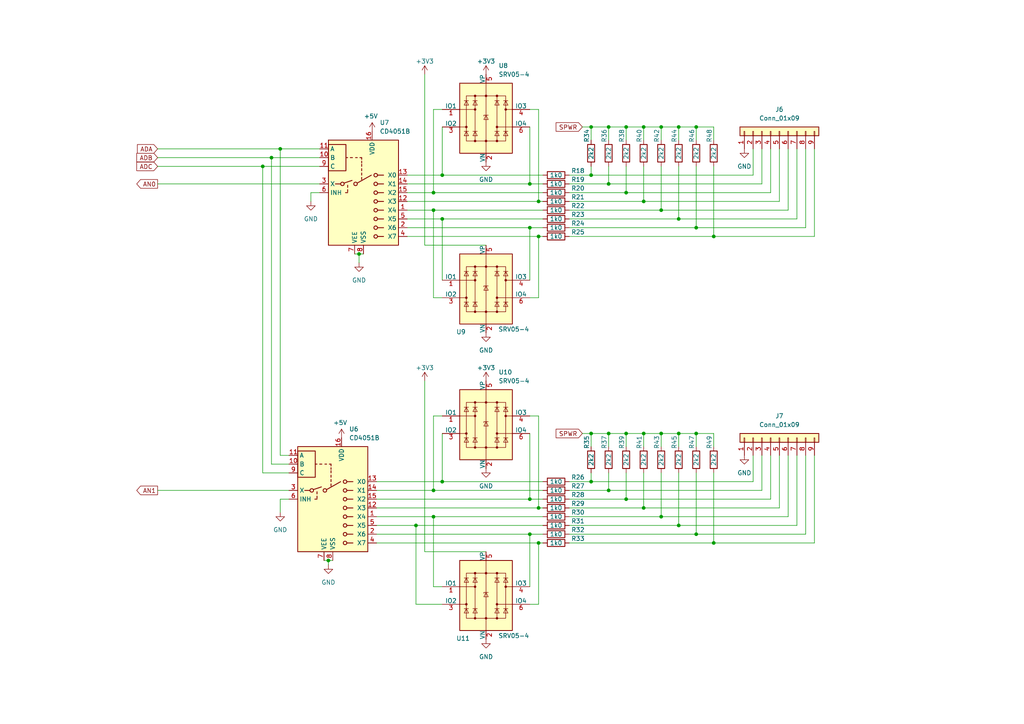
<source format=kicad_sch>
(kicad_sch (version 20231120) (generator "eeschema") (generator_version "8.0")
  (paper "A4")
  (lib_symbols
    (symbol "Analog_Switch:CD4051B"
      (property "Reference" "U" (at -10.16 16.51 0))
      (property "Value" "CD4051B" (at 3.81 16.51 0))
      (symbol "CD4051B_0_1"
        (rectangle (start -10.16 6.35) (end -5.08 13.97) (stroke (width 0.254)))
        (rectangle (start -10.16 15.24) (end 10.16 -15.24) (stroke (width 0.254)) (fill (type background)))
        (circle (center -6.096 2.54) (radius 0.508) (stroke (width 0.254)))
        (circle (center -2.286 2.54) (radius 0.508) (stroke (width 0.254)))
        (polyline (pts (xy -8.128 2.54) (xy -6.604 2.54)) (stroke (width 0.254)))
        (polyline (pts (xy -5.588 2.794) (xy -3.302 3.556)) (stroke (width 0.254)))
        (polyline (pts (xy -4.572 0) (xy -5.207 0)) (stroke (width 0.254)))
        (polyline (pts (xy -4.572 0.254) (xy -4.572 0.889)) (stroke (width 0.254)))
        (polyline (pts (xy -4.572 1.524) (xy -4.572 2.159)) (stroke (width 0.254)))
        (polyline (pts (xy -4.572 10.16) (xy -5.08 10.16)) (stroke (width 0.254)))
        (polyline (pts (xy -3.81 10.16) (xy -3.175 10.16)) (stroke (width 0.254)))
        (polyline (pts (xy -1.778 2.794) (xy 2.286 5.08)) (stroke (width 0.254)))
        (polyline (pts (xy -1.778 10.16) (xy -2.286 10.16)) (stroke (width 0.254)))
        (polyline (pts (xy -0.508 3.81) (xy -0.508 4.445)) (stroke (width 0.254)))
        (polyline (pts (xy -0.508 5.08) (xy -0.508 5.715)) (stroke (width 0.254)))
        (polyline (pts (xy -0.508 6.35) (xy -0.508 6.985)) (stroke (width 0.254)))
        (polyline (pts (xy -0.508 7.62) (xy -0.508 8.255)) (stroke (width 0.254)))
        (polyline (pts (xy -0.508 8.636) (xy -0.508 9.144)) (stroke (width 0.254)))
        (polyline (pts (xy -0.508 9.652) (xy -0.508 10.16)) (stroke (width 0.254)))
        (polyline (pts (xy -0.508 10.16) (xy -1.016 10.16)) (stroke (width 0.254)))
        (polyline (pts (xy 4.064 -12.7) (xy 5.842 -12.7)) (stroke (width 0.254)))
        (polyline (pts (xy 4.064 -10.16) (xy 5.842 -10.16)) (stroke (width 0.254)))
        (polyline (pts (xy 4.064 -7.62) (xy 5.842 -7.62)) (stroke (width 0.254)))
        (polyline (pts (xy 4.064 -5.08) (xy 5.842 -5.08)) (stroke (width 0.254)))
        (polyline (pts (xy 4.064 -2.54) (xy 5.842 -2.54)) (stroke (width 0.254)))
        (polyline (pts (xy 4.064 0) (xy 5.842 0)) (stroke (width 0.254)))
        (polyline (pts (xy 4.064 2.54) (xy 5.842 2.54)) (stroke (width 0.254)))
        (polyline (pts (xy 4.064 5.08) (xy 5.842 5.08)) (stroke (width 0.254)))
        (circle (center 3.556 -12.7) (radius 0.508) (stroke (width 0.254)))
        (circle (center 3.556 -10.16) (radius 0.508) (stroke (width 0.254)))
        (circle (center 3.556 -7.62) (radius 0.508) (stroke (width 0.254)))
        (circle (center 3.556 -5.08) (radius 0.508) (stroke (width 0.254)))
        (circle (center 3.556 -2.54) (radius 0.508) (stroke (width 0.254)))
        (circle (center 3.556 0) (radius 0.508) (stroke (width 0.254)))
        (circle (center 3.556 2.54) (radius 0.508) (stroke (width 0.254)))
        (circle (center 3.556 5.08) (radius 0.508) (stroke (width 0.254)))
      )
      (symbol "CD4051B_1_1"
        (pin bidirectional line (at 12.7 -5.08 180) (length 2.54) (name "X4") (number "1"))
        (pin input line (at -12.7 10.16 0) (length 2.54) (name "B") (number "10"))
        (pin input line (at -12.7 12.7 0) (length 2.54) (name "A") (number "11"))
        (pin bidirectional line (at 12.7 -2.54 180) (length 2.54) (name "X3") (number "12"))
        (pin bidirectional line (at 12.7 5.08 180) (length 2.54) (name "X0") (number "13"))
        (pin bidirectional line (at 12.7 2.54 180) (length 2.54) (name "X1") (number "14"))
        (pin bidirectional line (at 12.7 0 180) (length 2.54) (name "X2") (number "15"))
        (pin power_in line (at 2.54 17.78 270) (length 2.54) (name "VDD") (number "16"))
        (pin bidirectional line (at 12.7 -10.16 180) (length 2.54) (name "X6") (number "2"))
        (pin bidirectional line (at -12.7 2.54 0) (length 2.54) (name "X") (number "3"))
        (pin bidirectional line (at 12.7 -12.7 180) (length 2.54) (name "X7") (number "4"))
        (pin bidirectional line (at 12.7 -7.62 180) (length 2.54) (name "X5") (number "5"))
        (pin input line (at -12.7 0 0) (length 2.54) (name "INH") (number "6"))
        (pin power_in line (at -2.54 -17.78 90) (length 2.54) (name "VEE") (number "7"))
        (pin power_in line (at 0 -17.78 90) (length 2.54) (name "VSS") (number "8"))
        (pin input line (at -12.7 7.62 0) (length 2.54) (name "C") (number "9"))
      )
    )
    (symbol "Connector_Generic:Conn_01x09" (pin_names (offset 1.016) hide)
      (property "Reference" "J" (at 0 12.7 0))
      (property "Value" "Conn_01x09" (at 0 -12.7 0))
      (symbol "Conn_01x09_1_1"
        (rectangle (start -1.27 -10.033) (end 0 -10.287) (stroke (width 0.1524)))
        (rectangle (start -1.27 -7.493) (end 0 -7.747) (stroke (width 0.1524)))
        (rectangle (start -1.27 -4.953) (end 0 -5.207) (stroke (width 0.1524)))
        (rectangle (start -1.27 -2.413) (end 0 -2.667) (stroke (width 0.1524)))
        (rectangle (start -1.27 0.127) (end 0 -0.127) (stroke (width 0.1524)))
        (rectangle (start -1.27 2.667) (end 0 2.413) (stroke (width 0.1524)))
        (rectangle (start -1.27 5.207) (end 0 4.953) (stroke (width 0.1524)))
        (rectangle (start -1.27 7.747) (end 0 7.493) (stroke (width 0.1524)))
        (rectangle (start -1.27 10.287) (end 0 10.033) (stroke (width 0.1524)))
        (rectangle (start -1.27 11.43) (end 1.27 -11.43) (stroke (width 0.254)) (fill (type background)))
        (pin passive line (at -5.08 10.16 0) (length 3.81) (name "Pin_1") (number "1"))
        (pin passive line (at -5.08 7.62 0) (length 3.81) (name "Pin_2") (number "2"))
        (pin passive line (at -5.08 5.08 0) (length 3.81) (name "Pin_3") (number "3"))
        (pin passive line (at -5.08 2.54 0) (length 3.81) (name "Pin_4") (number "4"))
        (pin passive line (at -5.08 0 0) (length 3.81) (name "Pin_5") (number "5"))
        (pin passive line (at -5.08 -2.54 0) (length 3.81) (name "Pin_6") (number "6"))
        (pin passive line (at -5.08 -5.08 0) (length 3.81) (name "Pin_7") (number "7"))
        (pin passive line (at -5.08 -7.62 0) (length 3.81) (name "Pin_8") (number "8"))
        (pin passive line (at -5.08 -10.16 0) (length 3.81) (name "Pin_9") (number "9"))
      )
    )
    (symbol "Device:R" (pin_numbers hide) (pin_names (offset 0))
      (property "Reference" "R" (at 2.032 0 90))
      (property "Value" "R" (at 0 0 90))
      (symbol "R_0_1"
        (rectangle (start -1.016 -2.54) (end 1.016 2.54) (stroke (width 0.254)))
      )
      (symbol "R_1_1"
        (pin passive line (at 0 3.81 270) (length 1.27) (name "~") (number "1"))
        (pin passive line (at 0 -3.81 90) (length 1.27) (name "~") (number "2"))
      )
    )
    (symbol "Power_Protection:SRV05-4" (pin_names (offset 0))
      (property "Reference" "U" (at -5.08 11.43 0))
      (property "Value" "SRV05-4" (at 2.54 11.43 0))
      (symbol "SRV05-4_0_0"
        (rectangle (start -5.715 6.477) (end 5.715 -6.604))
        (polyline (pts (xy -3.175 -6.604) (xy -3.175 6.477)))
        (polyline (pts (xy 3.175 6.477) (xy 3.175 -6.604)))
      )
      (symbol "SRV05-4_0_1"
        (rectangle (start -7.62 10.16) (end 7.62 -10.16) (stroke (width 0.254)) (fill (type background)))
        (circle (center -5.715 -2.54) (radius 0.2794) (fill (type outline)))
        (circle (center -3.175 -6.604) (radius 0.2794) (fill (type outline)))
        (circle (center -3.175 2.54) (radius 0.2794) (fill (type outline)))
        (circle (center -3.175 6.477) (radius 0.2794) (fill (type outline)))
        (circle (center 0 -6.604) (radius 0.2794) (fill (type outline)))
        (polyline (pts (xy -7.747 2.54) (xy -3.175 2.54)))
        (polyline (pts (xy -7.62 -2.54) (xy -5.715 -2.54)))
        (polyline (pts (xy -5.08 -3.81) (xy -6.35 -3.81)))
        (polyline (pts (xy -5.08 5.08) (xy -6.35 5.08)))
        (polyline (pts (xy -2.54 -3.81) (xy -3.81 -3.81)))
        (polyline (pts (xy -2.54 5.08) (xy -3.81 5.08)))
        (polyline (pts (xy 0 10.16) (xy 0 -10.16)))
        (polyline (pts (xy 3.81 -3.81) (xy 2.54 -3.81)))
        (polyline (pts (xy 3.81 5.08) (xy 2.54 5.08)))
        (polyline (pts (xy 6.35 -3.81) (xy 5.08 -3.81)))
        (polyline (pts (xy 6.35 5.08) (xy 5.08 5.08)))
        (polyline (pts (xy 7.62 -2.54) (xy 3.175 -2.54)))
        (polyline (pts (xy 7.62 2.54) (xy 5.715 2.54)))
        (polyline (pts (xy 0.635 0.889) (xy -0.635 0.889) (xy -0.635 0.635)))
        (polyline (pts (xy -5.08 -5.08) (xy -6.35 -5.08) (xy -5.715 -3.81) (xy -5.08 -5.08)))
        (polyline (pts (xy -5.08 3.81) (xy -6.35 3.81) (xy -5.715 5.08) (xy -5.08 3.81)))
        (polyline (pts (xy -2.54 -5.08) (xy -3.81 -5.08) (xy -3.175 -3.81) (xy -2.54 -5.08)))
        (polyline (pts (xy -2.54 3.81) (xy -3.81 3.81) (xy -3.175 5.08) (xy -2.54 3.81)))
        (polyline (pts (xy 0.635 -0.381) (xy -0.635 -0.381) (xy 0 0.889) (xy 0.635 -0.381)))
        (polyline (pts (xy 3.81 -5.08) (xy 2.54 -5.08) (xy 3.175 -3.81) (xy 3.81 -5.08)))
        (polyline (pts (xy 3.81 3.81) (xy 2.54 3.81) (xy 3.175 5.08) (xy 3.81 3.81)))
        (polyline (pts (xy 6.35 -5.08) (xy 5.08 -5.08) (xy 5.715 -3.81) (xy 6.35 -5.08)))
        (polyline (pts (xy 6.35 3.81) (xy 5.08 3.81) (xy 5.715 5.08) (xy 6.35 3.81)))
        (circle (center 0 6.477) (radius 0.2794) (fill (type outline)))
        (circle (center 3.175 -6.604) (radius 0.2794) (fill (type outline)))
        (circle (center 3.175 -2.54) (radius 0.2794) (fill (type outline)))
        (circle (center 3.175 6.477) (radius 0.2794) (fill (type outline)))
        (circle (center 5.715 2.54) (radius 0.2794) (fill (type outline)))
      )
      (symbol "SRV05-4_1_1"
        (pin passive line (at -12.7 2.54 0) (length 5.08) (name "IO1") (number "1"))
        (pin passive line (at 0 -12.7 90) (length 2.54) (name "VN") (number "2"))
        (pin passive line (at -12.7 -2.54 0) (length 5.08) (name "IO2") (number "3"))
        (pin passive line (at 12.7 2.54 180) (length 5.08) (name "IO3") (number "4"))
        (pin passive line (at 0 12.7 270) (length 2.54) (name "VP") (number "5"))
        (pin passive line (at 12.7 -2.54 180) (length 5.08) (name "IO4") (number "6"))
      )
    )
    (symbol "power:+3V3" (power) (pin_names (offset 0))
      (property "Value" "+3V3" (at 0 3.556 0))
      (symbol "+3V3_0_1"
        (polyline (pts (xy -0.762 1.27) (xy 0 2.54)))
        (polyline (pts (xy 0 0) (xy 0 2.54)))
        (polyline (pts (xy 0 2.54) (xy 0.762 1.27)))
      )
      (symbol "+3V3_1_1"
        (pin power_in line (at 0 0 90) (length 0) hide (name "+3V3") (number "1"))
      )
    )
    (symbol "power:+5V" (power) (pin_names (offset 0))
      (property "Value" "+5V" (at 0 3.556 0))
      (symbol "+5V_0_1"
        (polyline (pts (xy -0.762 1.27) (xy 0 2.54)))
        (polyline (pts (xy 0 0) (xy 0 2.54)))
        (polyline (pts (xy 0 2.54) (xy 0.762 1.27)))
      )
      (symbol "+5V_1_1"
        (pin power_in line (at 0 0 90) (length 0) hide (name "+5V") (number "1"))
      )
    )
    (symbol "power:GND" (power) (pin_names (offset 0))
      (property "Value" "GND" (at 0 -3.81 0))
      (symbol "GND_0_1"
        (polyline (pts (xy 0 0) (xy 0 -1.27) (xy 1.27 -1.27) (xy 0 -2.54) (xy -1.27 -1.27) (xy 0 -1.27)))
      )
      (symbol "GND_1_1"
        (pin power_in line (at 0 0 270) (length 0) hide (name "GND") (number "1"))
      )
    )
  )
  (junction (at 125.73 55.88))
  (junction (at 191.77 125.73))
  (junction (at 125.73 142.24))
  (junction (at 181.61 125.73))
  (junction (at 207.01 68.58))
  (junction (at 128.27 50.8))
  (junction (at 186.69 125.73))
  (junction (at 201.93 66.04))
  (junction (at 196.85 36.83))
  (junction (at 196.85 125.73))
  (junction (at 125.73 149.86))
  (junction (at 95.25 162.56))
  (junction (at 196.85 63.5))
  (junction (at 181.61 36.83))
  (junction (at 186.69 36.83))
  (junction (at 171.45 36.83))
  (junction (at 181.61 55.88))
  (junction (at 153.67 154.94))
  (junction (at 207.01 157.48))
  (junction (at 186.69 58.42))
  (junction (at 191.77 60.96))
  (junction (at 196.85 152.4))
  (junction (at 201.93 36.83))
  (junction (at 153.67 66.04))
  (junction (at 201.93 154.94))
  (junction (at 171.45 125.73))
  (junction (at 176.53 36.83))
  (junction (at 128.27 139.7))
  (junction (at 171.45 139.7))
  (junction (at 176.53 142.24))
  (junction (at 125.73 60.96))
  (junction (at 156.21 68.58))
  (junction (at 156.21 157.48))
  (junction (at 76.2 48.26))
  (junction (at 128.27 63.5))
  (junction (at 156.21 58.42))
  (junction (at 191.77 36.83))
  (junction (at 201.93 125.73))
  (junction (at 186.69 147.32))
  (junction (at 153.67 53.34))
  (junction (at 191.77 149.86))
  (junction (at 156.21 147.32))
  (junction (at 153.67 144.78))
  (junction (at 176.53 53.34))
  (junction (at 176.53 125.73))
  (junction (at 181.61 144.78))
  (junction (at 120.65 152.4))
  (junction (at 171.45 50.8))
  (junction (at 81.28 43.18))
  (junction (at 78.74 45.72))
  (junction (at 104.14 73.66))
  (wire (pts (xy 165.1 142.24) (xy 176.53 142.24)))
  (wire (pts (xy 156.21 58.42) (xy 157.48 58.42)))
  (wire (pts (xy 153.67 36.83) (xy 153.67 53.34)))
  (wire (pts (xy 220.98 43.18) (xy 220.98 53.34)))
  (wire (pts (xy 118.11 55.88) (xy 125.73 55.88)))
  (wire (pts (xy 128.27 139.7) (xy 157.48 139.7)))
  (wire (pts (xy 95.25 162.56) (xy 96.52 162.56)))
  (wire (pts (xy 102.87 73.66) (xy 104.14 73.66)))
  (wire (pts (xy 45.72 48.26) (xy 76.2 48.26)))
  (wire (pts (xy 118.11 58.42) (xy 156.21 58.42)))
  (wire (pts (xy 171.45 36.83) (xy 176.53 36.83)))
  (wire (pts (xy 233.68 132.08) (xy 233.68 154.94)))
  (wire (pts (xy 125.73 60.96) (xy 157.48 60.96)))
  (wire (pts (xy 153.67 125.73) (xy 153.67 144.78)))
  (wire (pts (xy 201.93 66.04) (xy 233.68 66.04)))
  (wire (pts (xy 104.14 73.66) (xy 105.41 73.66)))
  (wire (pts (xy 191.77 137.16) (xy 191.77 149.86)))
  (wire (pts (xy 191.77 125.73) (xy 196.85 125.73)))
  (wire (pts (xy 156.21 157.48) (xy 157.48 157.48)))
  (wire (pts (xy 168.91 125.73) (xy 171.45 125.73)))
  (wire (pts (xy 231.14 132.08) (xy 231.14 152.4)))
  (wire (pts (xy 45.72 53.34) (xy 92.71 53.34)))
  (wire (pts (xy 186.69 137.16) (xy 186.69 147.32)))
  (wire (pts (xy 201.93 36.83) (xy 201.93 40.64)))
  (wire (pts (xy 186.69 48.26) (xy 186.69 58.42)))
  (wire (pts (xy 191.77 48.26) (xy 191.77 60.96)))
  (wire (pts (xy 196.85 125.73) (xy 201.93 125.73)))
  (wire (pts (xy 165.1 149.86) (xy 191.77 149.86)))
  (wire (pts (xy 196.85 152.4) (xy 231.14 152.4)))
  (wire (pts (xy 236.22 132.08) (xy 236.22 157.48)))
  (wire (pts (xy 165.1 154.94) (xy 201.93 154.94)))
  (wire (pts (xy 76.2 137.16) (xy 76.2 48.26)))
  (wire (pts (xy 176.53 142.24) (xy 220.98 142.24)))
  (wire (pts (xy 176.53 53.34) (xy 220.98 53.34)))
  (wire (pts (xy 186.69 147.32) (xy 226.06 147.32)))
  (wire (pts (xy 125.73 170.18) (xy 128.27 170.18)))
  (wire (pts (xy 186.69 36.83) (xy 186.69 40.64)))
  (wire (pts (xy 196.85 63.5) (xy 231.14 63.5)))
  (wire (pts (xy 125.73 55.88) (xy 157.48 55.88)))
  (wire (pts (xy 181.61 125.73) (xy 181.61 129.54)))
  (wire (pts (xy 176.53 36.83) (xy 176.53 40.64)))
  (wire (pts (xy 109.22 149.86) (xy 125.73 149.86)))
  (wire (pts (xy 153.67 175.26) (xy 156.21 175.26)))
  (wire (pts (xy 118.11 63.5) (xy 128.27 63.5)))
  (wire (pts (xy 128.27 63.5) (xy 128.27 81.28)))
  (wire (pts (xy 181.61 137.16) (xy 181.61 144.78)))
  (wire (pts (xy 196.85 36.83) (xy 196.85 40.64)))
  (wire (pts (xy 76.2 48.26) (xy 92.71 48.26)))
  (wire (pts (xy 78.74 134.62) (xy 83.82 134.62)))
  (wire (pts (xy 171.45 125.73) (xy 176.53 125.73)))
  (wire (pts (xy 191.77 36.83) (xy 191.77 40.64)))
  (wire (pts (xy 228.6 43.18) (xy 228.6 60.96)))
  (wire (pts (xy 95.25 162.56) (xy 95.25 163.83)))
  (wire (pts (xy 181.61 55.88) (xy 223.52 55.88)))
  (wire (pts (xy 109.22 154.94) (xy 153.67 154.94)))
  (wire (pts (xy 128.27 175.26) (xy 120.65 175.26)))
  (wire (pts (xy 165.1 53.34) (xy 176.53 53.34)))
  (wire (pts (xy 201.93 125.73) (xy 207.01 125.73)))
  (wire (pts (xy 220.98 132.08) (xy 220.98 142.24)))
  (wire (pts (xy 153.67 144.78) (xy 157.48 144.78)))
  (wire (pts (xy 171.45 50.8) (xy 218.44 50.8)))
  (wire (pts (xy 186.69 58.42) (xy 226.06 58.42)))
  (wire (pts (xy 201.93 125.73) (xy 201.93 129.54)))
  (wire (pts (xy 207.01 157.48) (xy 236.22 157.48)))
  (wire (pts (xy 165.1 60.96) (xy 191.77 60.96)))
  (wire (pts (xy 109.22 152.4) (xy 120.65 152.4)))
  (wire (pts (xy 228.6 132.08) (xy 228.6 149.86)))
  (wire (pts (xy 176.53 125.73) (xy 181.61 125.73)))
  (wire (pts (xy 45.72 43.18) (xy 81.28 43.18)))
  (wire (pts (xy 171.45 40.64) (xy 171.45 36.83)))
  (wire (pts (xy 181.61 36.83) (xy 186.69 36.83)))
  (wire (pts (xy 207.01 68.58) (xy 236.22 68.58)))
  (wire (pts (xy 104.14 73.66) (xy 104.14 76.2)))
  (wire (pts (xy 181.61 36.83) (xy 181.61 40.64)))
  (wire (pts (xy 176.53 48.26) (xy 176.53 53.34)))
  (wire (pts (xy 153.67 66.04) (xy 157.48 66.04)))
  (wire (pts (xy 223.52 132.08) (xy 223.52 144.78)))
  (wire (pts (xy 90.17 55.88) (xy 92.71 55.88)))
  (wire (pts (xy 78.74 45.72) (xy 78.74 134.62)))
  (wire (pts (xy 153.67 66.04) (xy 153.67 81.28)))
  (wire (pts (xy 165.1 50.8) (xy 171.45 50.8)))
  (wire (pts (xy 153.67 86.36) (xy 156.21 86.36)))
  (wire (pts (xy 118.11 66.04) (xy 153.67 66.04)))
  (wire (pts (xy 196.85 137.16) (xy 196.85 152.4)))
  (wire (pts (xy 81.28 43.18) (xy 92.71 43.18)))
  (wire (pts (xy 186.69 125.73) (xy 186.69 129.54)))
  (wire (pts (xy 165.1 66.04) (xy 201.93 66.04)))
  (wire (pts (xy 45.72 45.72) (xy 78.74 45.72)))
  (wire (pts (xy 123.19 21.59) (xy 123.19 71.12)))
  (wire (pts (xy 123.19 71.12) (xy 140.97 71.12)))
  (wire (pts (xy 128.27 50.8) (xy 157.48 50.8)))
  (wire (pts (xy 171.45 137.16) (xy 171.45 139.7)))
  (wire (pts (xy 218.44 132.08) (xy 218.44 139.7)))
  (wire (pts (xy 176.53 137.16) (xy 176.53 142.24)))
  (wire (pts (xy 226.06 43.18) (xy 226.06 58.42)))
  (wire (pts (xy 109.22 157.48) (xy 156.21 157.48)))
  (wire (pts (xy 171.45 129.54) (xy 171.45 125.73)))
  (wire (pts (xy 165.1 152.4) (xy 196.85 152.4)))
  (wire (pts (xy 186.69 36.83) (xy 191.77 36.83)))
  (wire (pts (xy 109.22 142.24) (xy 125.73 142.24)))
  (wire (pts (xy 125.73 86.36) (xy 125.73 60.96)))
  (wire (pts (xy 156.21 120.65) (xy 156.21 147.32)))
  (wire (pts (xy 165.1 147.32) (xy 186.69 147.32)))
  (wire (pts (xy 165.1 144.78) (xy 181.61 144.78)))
  (wire (pts (xy 109.22 147.32) (xy 156.21 147.32)))
  (wire (pts (xy 83.82 144.78) (xy 81.28 144.78)))
  (wire (pts (xy 165.1 68.58) (xy 207.01 68.58)))
  (wire (pts (xy 231.14 43.18) (xy 231.14 63.5)))
  (wire (pts (xy 156.21 86.36) (xy 156.21 68.58)))
  (wire (pts (xy 191.77 125.73) (xy 191.77 129.54)))
  (wire (pts (xy 153.67 154.94) (xy 153.67 170.18)))
  (wire (pts (xy 109.22 144.78) (xy 153.67 144.78)))
  (wire (pts (xy 153.67 53.34) (xy 157.48 53.34)))
  (wire (pts (xy 233.68 43.18) (xy 233.68 66.04)))
  (wire (pts (xy 218.44 43.18) (xy 218.44 50.8)))
  (wire (pts (xy 207.01 36.83) (xy 207.01 40.64)))
  (wire (pts (xy 93.98 162.56) (xy 95.25 162.56)))
  (wire (pts (xy 201.93 154.94) (xy 233.68 154.94)))
  (wire (pts (xy 171.45 48.26) (xy 171.45 50.8)))
  (wire (pts (xy 196.85 36.83) (xy 201.93 36.83)))
  (wire (pts (xy 118.11 50.8) (xy 128.27 50.8)))
  (wire (pts (xy 128.27 125.73) (xy 128.27 139.7)))
  (wire (pts (xy 45.72 142.24) (xy 83.82 142.24)))
  (wire (pts (xy 125.73 120.65) (xy 125.73 142.24)))
  (wire (pts (xy 128.27 31.75) (xy 125.73 31.75)))
  (wire (pts (xy 201.93 137.16) (xy 201.93 154.94)))
  (wire (pts (xy 125.73 170.18) (xy 125.73 149.86)))
  (wire (pts (xy 109.22 139.7) (xy 128.27 139.7)))
  (wire (pts (xy 83.82 137.16) (xy 76.2 137.16)))
  (wire (pts (xy 125.73 149.86) (xy 157.48 149.86)))
  (wire (pts (xy 165.1 63.5) (xy 196.85 63.5)))
  (wire (pts (xy 165.1 139.7) (xy 171.45 139.7)))
  (wire (pts (xy 165.1 157.48) (xy 207.01 157.48)))
  (wire (pts (xy 207.01 125.73) (xy 207.01 129.54)))
  (wire (pts (xy 223.52 43.18) (xy 223.52 55.88)))
  (wire (pts (xy 207.01 48.26) (xy 207.01 68.58)))
  (wire (pts (xy 186.69 125.73) (xy 191.77 125.73)))
  (wire (pts (xy 156.21 147.32) (xy 157.48 147.32)))
  (wire (pts (xy 83.82 132.08) (xy 81.28 132.08)))
  (wire (pts (xy 176.53 125.73) (xy 176.53 129.54)))
  (wire (pts (xy 153.67 154.94) (xy 157.48 154.94)))
  (wire (pts (xy 123.19 160.02) (xy 140.97 160.02)))
  (wire (pts (xy 191.77 149.86) (xy 228.6 149.86)))
  (wire (pts (xy 201.93 48.26) (xy 201.93 66.04)))
  (wire (pts (xy 226.06 132.08) (xy 226.06 147.32)))
  (wire (pts (xy 165.1 55.88) (xy 181.61 55.88)))
  (wire (pts (xy 168.91 36.83) (xy 171.45 36.83)))
  (wire (pts (xy 90.17 55.88) (xy 90.17 58.42)))
  (wire (pts (xy 156.21 31.75) (xy 156.21 58.42)))
  (wire (pts (xy 181.61 125.73) (xy 186.69 125.73)))
  (wire (pts (xy 125.73 142.24) (xy 157.48 142.24)))
  (wire (pts (xy 165.1 58.42) (xy 186.69 58.42)))
  (wire (pts (xy 118.11 53.34) (xy 153.67 53.34)))
  (wire (pts (xy 128.27 63.5) (xy 157.48 63.5)))
  (wire (pts (xy 201.93 36.83) (xy 207.01 36.83)))
  (wire (pts (xy 128.27 36.83) (xy 128.27 50.8)))
  (wire (pts (xy 236.22 43.18) (xy 236.22 68.58)))
  (wire (pts (xy 123.19 110.49) (xy 123.19 160.02)))
  (wire (pts (xy 196.85 125.73) (xy 196.85 129.54)))
  (wire (pts (xy 191.77 60.96) (xy 228.6 60.96)))
  (wire (pts (xy 92.71 45.72) (xy 78.74 45.72)))
  (wire (pts (xy 120.65 152.4) (xy 157.48 152.4)))
  (wire (pts (xy 153.67 31.75) (xy 156.21 31.75)))
  (wire (pts (xy 118.11 68.58) (xy 156.21 68.58)))
  (wire (pts (xy 171.45 139.7) (xy 218.44 139.7)))
  (wire (pts (xy 120.65 152.4) (xy 120.65 175.26)))
  (wire (pts (xy 81.28 132.08) (xy 81.28 43.18)))
  (wire (pts (xy 81.28 144.78) (xy 81.28 148.59)))
  (wire (pts (xy 176.53 36.83) (xy 181.61 36.83)))
  (wire (pts (xy 181.61 144.78) (xy 223.52 144.78)))
  (wire (pts (xy 181.61 48.26) (xy 181.61 55.88)))
  (wire (pts (xy 191.77 36.83) (xy 196.85 36.83)))
  (wire (pts (xy 118.11 60.96) (xy 125.73 60.96)))
  (wire (pts (xy 153.67 120.65) (xy 156.21 120.65)))
  (wire (pts (xy 156.21 175.26) (xy 156.21 157.48)))
  (wire (pts (xy 207.01 137.16) (xy 207.01 157.48)))
  (wire (pts (xy 196.85 48.26) (xy 196.85 63.5)))
  (wire (pts (xy 125.73 31.75) (xy 125.73 55.88)))
  (wire (pts (xy 128.27 86.36) (xy 125.73 86.36)))
  (wire (pts (xy 156.21 68.58) (xy 157.48 68.58)))
  (wire (pts (xy 128.27 120.65) (xy 125.73 120.65)))
  (global_label "AN1" (shape output) (at 45.72 142.24 180) (property "Intersheetrefs" "${INTERSHEET_REFS}" (effects (hide yes))))
  (global_label "ADB" (shape input) (at 45.72 45.72 180) (property "Intersheetrefs" "${INTERSHEET_REFS}" (effects (hide yes))))
  (global_label "AN0" (shape output) (at 45.72 53.34 180) (property "Intersheetrefs" "${INTERSHEET_REFS}" (effects (hide yes))))
  (global_label "SPWR" (shape input) (at 168.91 36.83 180) (property "Intersheetrefs" "${INTERSHEET_REFS}" (effects (hide yes))))
  (global_label "ADC" (shape input) (at 45.72 48.26 180) (property "Intersheetrefs" "${INTERSHEET_REFS}" (effects (hide yes))))
  (global_label "SPWR" (shape input) (at 168.91 125.73 180) (property "Intersheetrefs" "${INTERSHEET_REFS}" (effects (hide yes))))
  (global_label "ADA" (shape input) (at 45.72 43.18 180) (property "Intersheetrefs" "${INTERSHEET_REFS}" (effects (hide yes))))
  (symbol (lib_id "Analog_Switch:CD4051B") (at 105.41 55.88 0) (unit 1)
    (property "Reference" "U7" (at 110.1441 35.56 0) (effects (justify left)))
    (property "Value" "CD4051B" (at 110.1441 38.1 0) (effects (justify left)))
    (property "Footprint" "Package_SO:SOIC-16_3.9x9.9mm_P1.27mm" (effects (hide yes)))
    (property "Datasheet" "http://www.ti.com/lit/ds/symlink/cd4052b.pdf" (effects (hide yes)))
    (property "Description" "CMOS single 8-channel analog multiplexer demultiplexer, TSSOP-16/DIP-16/SOIC-16" (effects (hide yes)))
    (property "LCSC #" "C5645" (effects (hide yes)))
  )
  (symbol (lib_id "power:GND") (at 140.97 46.99 0) (unit 1)
    (property "Reference" "#PWR058" (effects (hide yes)))
    (property "Value" "GND" (at 140.97 52.07 0))
  )
  (symbol (lib_id "Device:R") (at 161.29 55.88 270) (mirror x) (unit 1)
    (property "Reference" "R20" (at 167.64 54.61 90))
    (property "Value" "1k0" (at 161.29 55.88 90))
    (property "Footprint" "Resistor_SMD:R_0402_1005Metric" (effects (hide yes)))
    (property "JLCPCB" "C11702" (effects (hide yes)))
    (property "LCSC #" "C11702" (effects (hide yes)))
  )
  (symbol (lib_id "power:GND") (at 215.9 132.08 0) (unit 1)
    (property "Reference" "#PWR064" (effects (hide yes)))
    (property "Value" "GND" (at 215.9 137.16 0))
  )
  (symbol (lib_id "Device:R") (at 181.61 133.35 0) (mirror y) (unit 1)
    (property "Reference" "R39" (at 180.34 128.27 90))
    (property "Value" "2k2" (at 181.61 133.35 90))
    (property "Footprint" "Resistor_SMD:R_0402_1005Metric" (effects (hide yes)))
    (property "JLCPCB" "C517529" (effects (hide yes)))
    (property "LCSC #" "C517529" (effects (hide yes)))
  )
  (symbol (lib_id "Power_Protection:SRV05-4") (at 140.97 83.82 0) (unit 1)
    (property "Reference" "U9" (at 132.334 96.266 0) (effects (justify left)))
    (property "Value" "SRV05-4" (at 144.526 95.504 0) (effects (justify left)))
    (property "Footprint" "Package_TO_SOT_SMD:SOT-23-6" (effects (hide yes)))
    (property "Datasheet" "http://www.onsemi.com/pub/Collateral/SRV05-4-D.PDF" (effects (hide yes)))
    (property "JLCPCB" "C2836319" (effects (hide yes)))
    (property "LCSC #" "C2836319" (effects (hide yes)))
  )
  (symbol (lib_id "Power_Protection:SRV05-4") (at 140.97 123.19 0) (unit 1)
    (property "Reference" "U10" (at 144.5961 107.95 0) (effects (justify left)))
    (property "Value" "SRV05-4" (at 144.5961 110.49 0) (effects (justify left)))
    (property "Footprint" "Package_TO_SOT_SMD:SOT-23-6" (effects (hide yes)))
    (property "Datasheet" "http://www.onsemi.com/pub/Collateral/SRV05-4-D.PDF" (effects (hide yes)))
    (property "JLCPCB" "C2836319" (effects (hide yes)))
    (property "LCSC #" "C2836319" (effects (hide yes)))
  )
  (symbol (lib_id "Device:R") (at 161.29 53.34 270) (mirror x) (unit 1)
    (property "Reference" "R19" (at 167.64 52.07 90))
    (property "Value" "1k0" (at 161.29 53.34 90))
    (property "Footprint" "Resistor_SMD:R_0402_1005Metric" (effects (hide yes)))
    (property "JLCPCB" "C11702" (effects (hide yes)))
    (property "LCSC #" "C11702" (effects (hide yes)))
  )
  (symbol (lib_id "Device:R") (at 201.93 44.45 0) (mirror y) (unit 1)
    (property "Reference" "R46" (at 200.66 39.37 90))
    (property "Value" "2k2" (at 201.93 44.45 90))
    (property "Footprint" "Resistor_SMD:R_0402_1005Metric" (effects (hide yes)))
    (property "JLCPCB" "C517529" (effects (hide yes)))
    (property "LCSC #" "C517529" (effects (hide yes)))
  )
  (symbol (lib_id "Device:R") (at 161.29 149.86 270) (mirror x) (unit 1)
    (property "Reference" "R30" (at 167.64 148.59 90))
    (property "Value" "1k0" (at 161.29 149.86 90))
    (property "Footprint" "Resistor_SMD:R_0402_1005Metric" (effects (hide yes)))
    (property "JLCPCB" "C11702" (effects (hide yes)))
    (property "LCSC #" "C11702" (effects (hide yes)))
  )
  (symbol (lib_id "Connector_Generic:Conn_01x09") (at 226.06 127 90) (unit 1)
    (property "Reference" "J7" (at 226.06 120.65 90))
    (property "Value" "Conn_01x09" (at 226.06 123.19 90))
    (property "Footprint" "Connector_PinHeader_2.54mm:PinHeader_1x09_P2.54mm_Vertical" (effects (hide yes)))
    (property "Description" "Generic connector, single row, 01x09, script generated (kicad-library-utils/schlib/autogen/connector/)" (effects (hide yes)))
  )
  (symbol (lib_id "Device:R") (at 191.77 44.45 0) (mirror y) (unit 1)
    (property "Reference" "R42" (at 190.5 39.37 90))
    (property "Value" "2k2" (at 191.77 44.45 90))
    (property "Footprint" "Resistor_SMD:R_0402_1005Metric" (effects (hide yes)))
    (property "JLCPCB" "C517529" (effects (hide yes)))
    (property "LCSC #" "C517529" (effects (hide yes)))
  )
  (symbol (lib_id "Device:R") (at 191.77 133.35 0) (mirror y) (unit 1)
    (property "Reference" "R43" (at 190.5 128.27 90))
    (property "Value" "2k2" (at 191.77 133.35 90))
    (property "Footprint" "Resistor_SMD:R_0402_1005Metric" (effects (hide yes)))
    (property "JLCPCB" "C517529" (effects (hide yes)))
    (property "LCSC #" "C517529" (effects (hide yes)))
  )
  (symbol (lib_id "Device:R") (at 207.01 133.35 0) (mirror y) (unit 1)
    (property "Reference" "R49" (at 205.74 128.27 90))
    (property "Value" "2k2" (at 207.01 133.35 90))
    (property "Footprint" "Resistor_SMD:R_0402_1005Metric" (effects (hide yes)))
    (property "JLCPCB" "C517529" (effects (hide yes)))
    (property "LCSC #" "C517529" (effects (hide yes)))
  )
  (symbol (lib_id "Power_Protection:SRV05-4") (at 140.97 34.29 0) (unit 1)
    (property "Reference" "U8" (at 144.5961 19.05 0) (effects (justify left)))
    (property "Value" "SRV05-4" (at 144.5961 21.59 0) (effects (justify left)))
    (property "Footprint" "Package_TO_SOT_SMD:SOT-23-6" (effects (hide yes)))
    (property "Datasheet" "http://www.onsemi.com/pub/Collateral/SRV05-4-D.PDF" (effects (hide yes)))
    (property "JLCPCB" "C2836319" (effects (hide yes)))
    (property "LCSC #" "C2836319" (effects (hide yes)))
  )
  (symbol (lib_id "power:GND") (at 90.17 58.42 0) (unit 1)
    (property "Reference" "#PWR050" (effects (hide yes)))
    (property "Value" "GND" (at 90.17 63.5 0))
  )
  (symbol (lib_id "Device:R") (at 176.53 133.35 0) (mirror y) (unit 1)
    (property "Reference" "R37" (at 175.26 128.27 90))
    (property "Value" "2k2" (at 176.53 133.35 90))
    (property "Footprint" "Resistor_SMD:R_0402_1005Metric" (effects (hide yes)))
    (property "JLCPCB" "C517529" (effects (hide yes)))
    (property "LCSC #" "C517529" (effects (hide yes)))
  )
  (symbol (lib_id "Device:R") (at 161.29 142.24 270) (mirror x) (unit 1)
    (property "Reference" "R27" (at 167.64 140.97 90))
    (property "Value" "1k0" (at 161.29 142.24 90))
    (property "Footprint" "Resistor_SMD:R_0402_1005Metric" (effects (hide yes)))
    (property "JLCPCB" "C11702" (effects (hide yes)))
    (property "LCSC #" "C11702" (effects (hide yes)))
  )
  (symbol (lib_id "Device:R") (at 201.93 133.35 0) (mirror y) (unit 1)
    (property "Reference" "R47" (at 200.66 128.27 90))
    (property "Value" "2k2" (at 201.93 133.35 90))
    (property "Footprint" "Resistor_SMD:R_0402_1005Metric" (effects (hide yes)))
    (property "JLCPCB" "C517529" (effects (hide yes)))
    (property "LCSC #" "C517529" (effects (hide yes)))
  )
  (symbol (lib_id "Device:R") (at 161.29 154.94 270) (mirror x) (unit 1)
    (property "Reference" "R32" (at 167.64 153.67 90))
    (property "Value" "1k0" (at 161.29 154.94 90))
    (property "Footprint" "Resistor_SMD:R_0402_1005Metric" (effects (hide yes)))
    (property "JLCPCB" "C11702" (effects (hide yes)))
    (property "LCSC #" "C11702" (effects (hide yes)))
  )
  (symbol (lib_id "power:GND") (at 140.97 96.52 0) (unit 1)
    (property "Reference" "#PWR059" (effects (hide yes)))
    (property "Value" "GND" (at 140.97 101.6 0))
  )
  (symbol (lib_id "Device:R") (at 161.29 68.58 270) (mirror x) (unit 1)
    (property "Reference" "R25" (at 167.64 67.31 90))
    (property "Value" "1k0" (at 161.29 68.58 90))
    (property "Footprint" "Resistor_SMD:R_0402_1005Metric" (effects (hide yes)))
    (property "JLCPCB" "C11702" (effects (hide yes)))
    (property "LCSC #" "C11702" (effects (hide yes)))
  )
  (symbol (lib_id "power:+3V3") (at 140.97 21.59 0) (unit 1)
    (property "Reference" "#PWR057" (effects (hide yes)))
    (property "Value" "+3V3" (at 140.97 17.78 0))
  )
  (symbol (lib_id "Device:R") (at 161.29 66.04 270) (mirror x) (unit 1)
    (property "Reference" "R24" (at 167.64 64.77 90))
    (property "Value" "1k0" (at 161.29 66.04 90))
    (property "Footprint" "Resistor_SMD:R_0402_1005Metric" (effects (hide yes)))
    (property "JLCPCB" "C11702" (effects (hide yes)))
    (property "LCSC #" "C11702" (effects (hide yes)))
  )
  (symbol (lib_id "power:+5V") (at 99.06 127 0) (mirror y) (unit 1)
    (property "Reference" "#PWR052" (effects (hide yes)))
    (property "Value" "+5V" (at 98.679 122.6058 0))
  )
  (symbol (lib_id "Device:R") (at 161.29 152.4 270) (mirror x) (unit 1)
    (property "Reference" "R31" (at 167.64 151.13 90))
    (property "Value" "1k0" (at 161.29 152.4 90))
    (property "Footprint" "Resistor_SMD:R_0402_1005Metric" (effects (hide yes)))
    (property "JLCPCB" "C11702" (effects (hide yes)))
    (property "LCSC #" "C11702" (effects (hide yes)))
  )
  (symbol (lib_id "Device:R") (at 176.53 44.45 0) (mirror y) (unit 1)
    (property "Reference" "R36" (at 175.26 39.37 90))
    (property "Value" "2k2" (at 176.53 44.45 90))
    (property "Footprint" "Resistor_SMD:R_0402_1005Metric" (effects (hide yes)))
    (property "JLCPCB" "C517529" (effects (hide yes)))
    (property "LCSC #" "C517529" (effects (hide yes)))
  )
  (symbol (lib_id "power:GND") (at 215.9 43.18 0) (unit 1)
    (property "Reference" "#PWR063" (effects (hide yes)))
    (property "Value" "GND" (at 215.9 48.26 0))
  )
  (symbol (lib_id "Device:R") (at 171.45 44.45 0) (mirror y) (unit 1)
    (property "Reference" "R34" (at 170.18 39.37 90))
    (property "Value" "2k2" (at 171.45 44.45 90))
    (property "Footprint" "Resistor_SMD:R_0402_1005Metric" (effects (hide yes)))
    (property "JLCPCB" "C517529" (effects (hide yes)))
    (property "LCSC #" "C517529" (effects (hide yes)))
  )
  (symbol (lib_id "power:+3V3") (at 140.97 110.49 0) (unit 1)
    (property "Reference" "#PWR060" (effects (hide yes)))
    (property "Value" "+3V3" (at 140.97 106.68 0))
  )
  (symbol (lib_id "power:+5V") (at 107.95 38.1 0) (mirror y) (unit 1)
    (property "Reference" "#PWR054" (effects (hide yes)))
    (property "Value" "+5V" (at 107.569 33.7058 0))
  )
  (symbol (lib_id "Device:R") (at 161.29 147.32 270) (mirror x) (unit 1)
    (property "Reference" "R29" (at 167.64 146.05 90))
    (property "Value" "1k0" (at 161.29 147.32 90))
    (property "Footprint" "Resistor_SMD:R_0402_1005Metric" (effects (hide yes)))
    (property "JLCPCB" "C11702" (effects (hide yes)))
    (property "LCSC #" "C11702" (effects (hide yes)))
  )
  (symbol (lib_id "power:GND") (at 104.14 76.2 0) (unit 1)
    (property "Reference" "#PWR053" (effects (hide yes)))
    (property "Value" "GND" (at 104.14 81.28 0))
  )
  (symbol (lib_id "Device:R") (at 196.85 133.35 0) (mirror y) (unit 1)
    (property "Reference" "R45" (at 195.58 128.27 90))
    (property "Value" "2k2" (at 196.85 133.35 90))
    (property "Footprint" "Resistor_SMD:R_0402_1005Metric" (effects (hide yes)))
    (property "JLCPCB" "C517529" (effects (hide yes)))
    (property "LCSC #" "C517529" (effects (hide yes)))
  )
  (symbol (lib_id "Device:R") (at 181.61 44.45 0) (mirror y) (unit 1)
    (property "Reference" "R38" (at 180.34 39.37 90))
    (property "Value" "2k2" (at 181.61 44.45 90))
    (property "Footprint" "Resistor_SMD:R_0402_1005Metric" (effects (hide yes)))
    (property "JLCPCB" "C517529" (effects (hide yes)))
    (property "LCSC #" "C517529" (effects (hide yes)))
  )
  (symbol (lib_id "Connector_Generic:Conn_01x09") (at 226.06 38.1 90) (unit 1)
    (property "Reference" "J6" (at 226.06 31.75 90))
    (property "Value" "Conn_01x09" (at 226.06 34.29 90))
    (property "Footprint" "Connector_PinHeader_2.54mm:PinHeader_1x09_P2.54mm_Vertical" (effects (hide yes)))
    (property "Description" "Generic connector, single row, 01x09, script generated (kicad-library-utils/schlib/autogen/connector/)" (effects (hide yes)))
  )
  (symbol (lib_id "Analog_Switch:CD4051B") (at 96.52 144.78 0) (unit 1)
    (property "Reference" "U6" (at 101.2541 124.46 0) (effects (justify left)))
    (property "Value" "CD4051B" (at 101.2541 127 0) (effects (justify left)))
    (property "Footprint" "Package_SO:SOIC-16_3.9x9.9mm_P1.27mm" (effects (hide yes)))
    (property "Datasheet" "http://www.ti.com/lit/ds/symlink/cd4052b.pdf" (effects (hide yes)))
    (property "Description" "CMOS single 8-channel analog multiplexer demultiplexer, TSSOP-16/DIP-16/SOIC-16" (effects (hide yes)))
    (property "LCSC #" "C5645" (effects (hide yes)))
  )
  (symbol (lib_id "Device:R") (at 186.69 133.35 0) (mirror y) (unit 1)
    (property "Reference" "R41" (at 185.42 128.27 90))
    (property "Value" "2k2" (at 186.69 133.35 90))
    (property "Footprint" "Resistor_SMD:R_0402_1005Metric" (effects (hide yes)))
    (property "JLCPCB" "C517529" (effects (hide yes)))
    (property "LCSC #" "C517529" (effects (hide yes)))
  )
  (symbol (lib_id "Device:R") (at 161.29 144.78 270) (mirror x) (unit 1)
    (property "Reference" "R28" (at 167.64 143.51 90))
    (property "Value" "1k0" (at 161.29 144.78 90))
    (property "Footprint" "Resistor_SMD:R_0402_1005Metric" (effects (hide yes)))
    (property "JLCPCB" "C11702" (effects (hide yes)))
    (property "LCSC #" "C11702" (effects (hide yes)))
  )
  (symbol (lib_id "Device:R") (at 161.29 50.8 270) (mirror x) (unit 1)
    (property "Reference" "R18" (at 167.64 49.53 90))
    (property "Value" "1k0" (at 161.29 50.8 90))
    (property "Footprint" "Resistor_SMD:R_0402_1005Metric" (effects (hide yes)))
    (property "JLCPCB" "C11702" (effects (hide yes)))
    (property "LCSC #" "C11702" (effects (hide yes)))
  )
  (symbol (lib_id "power:GND") (at 95.25 163.83 0) (unit 1)
    (property "Reference" "#PWR051" (effects (hide yes)))
    (property "Value" "GND" (at 95.25 168.91 0))
  )
  (symbol (lib_id "Device:R") (at 207.01 44.45 0) (mirror y) (unit 1)
    (property "Reference" "R48" (at 205.74 39.37 90))
    (property "Value" "2k2" (at 207.01 44.45 90))
    (property "Footprint" "Resistor_SMD:R_0402_1005Metric" (effects (hide yes)))
    (property "JLCPCB" "C517529" (effects (hide yes)))
    (property "LCSC #" "C517529" (effects (hide yes)))
  )
  (symbol (lib_id "Power_Protection:SRV05-4") (at 140.97 172.72 0) (unit 1)
    (property "Reference" "U11" (at 132.334 185.166 0) (effects (justify left)))
    (property "Value" "SRV05-4" (at 144.526 184.404 0) (effects (justify left)))
    (property "Footprint" "Package_TO_SOT_SMD:SOT-23-6" (effects (hide yes)))
    (property "Datasheet" "http://www.onsemi.com/pub/Collateral/SRV05-4-D.PDF" (effects (hide yes)))
    (property "JLCPCB" "C2836319" (effects (hide yes)))
    (property "LCSC #" "C2836319" (effects (hide yes)))
  )
  (symbol (lib_id "Device:R") (at 196.85 44.45 0) (mirror y) (unit 1)
    (property "Reference" "R44" (at 195.58 39.37 90))
    (property "Value" "2k2" (at 196.85 44.45 90))
    (property "Footprint" "Resistor_SMD:R_0402_1005Metric" (effects (hide yes)))
    (property "JLCPCB" "C517529" (effects (hide yes)))
    (property "LCSC #" "C517529" (effects (hide yes)))
  )
  (symbol (lib_id "power:+3V3") (at 123.19 110.49 0) (unit 1)
    (property "Reference" "#PWR056" (effects (hide yes)))
    (property "Value" "+3V3" (at 123.19 106.68 0))
  )
  (symbol (lib_id "Device:R") (at 161.29 157.48 270) (mirror x) (unit 1)
    (property "Reference" "R33" (at 167.64 156.21 90))
    (property "Value" "1k0" (at 161.29 157.48 90))
    (property "Footprint" "Resistor_SMD:R_0402_1005Metric" (effects (hide yes)))
    (property "JLCPCB" "C11702" (effects (hide yes)))
    (property "LCSC #" "C11702" (effects (hide yes)))
  )
  (symbol (lib_id "Device:R") (at 161.29 139.7 270) (mirror x) (unit 1)
    (property "Reference" "R26" (at 167.64 138.43 90))
    (property "Value" "1k0" (at 161.29 139.7 90))
    (property "Footprint" "Resistor_SMD:R_0402_1005Metric" (effects (hide yes)))
    (property "JLCPCB" "C11702" (effects (hide yes)))
    (property "LCSC #" "C11702" (effects (hide yes)))
  )
  (symbol (lib_id "Device:R") (at 161.29 58.42 270) (mirror x) (unit 1)
    (property "Reference" "R21" (at 167.64 57.15 90))
    (property "Value" "1k0" (at 161.29 58.42 90))
    (property "Footprint" "Resistor_SMD:R_0402_1005Metric" (effects (hide yes)))
    (property "JLCPCB" "C11702" (effects (hide yes)))
    (property "LCSC #" "C11702" (effects (hide yes)))
  )
  (symbol (lib_id "Device:R") (at 186.69 44.45 0) (mirror y) (unit 1)
    (property "Reference" "R40" (at 185.42 39.37 90))
    (property "Value" "2k2" (at 186.69 44.45 90))
    (property "Footprint" "Resistor_SMD:R_0402_1005Metric" (effects (hide yes)))
    (property "JLCPCB" "C517529" (effects (hide yes)))
    (property "LCSC #" "C517529" (effects (hide yes)))
  )
  (symbol (lib_id "power:GND") (at 140.97 185.42 0) (unit 1)
    (property "Reference" "#PWR062" (effects (hide yes)))
    (property "Value" "GND" (at 140.97 190.5 0))
  )
  (symbol (lib_id "power:GND") (at 81.28 148.59 0) (unit 1)
    (property "Reference" "#PWR049" (effects (hide yes)))
    (property "Value" "GND" (at 81.28 153.67 0))
  )
  (symbol (lib_id "power:+3V3") (at 123.19 21.59 0) (unit 1)
    (property "Reference" "#PWR055" (effects (hide yes)))
    (property "Value" "+3V3" (at 123.19 17.78 0))
  )
  (symbol (lib_id "Device:R") (at 171.45 133.35 0) (mirror y) (unit 1)
    (property "Reference" "R35" (at 170.18 128.27 90))
    (property "Value" "2k2" (at 171.45 133.35 90))
    (property "Footprint" "Resistor_SMD:R_0402_1005Metric" (effects (hide yes)))
    (property "JLCPCB" "C517529" (effects (hide yes)))
    (property "LCSC #" "C517529" (effects (hide yes)))
  )
  (symbol (lib_id "Device:R") (at 161.29 60.96 270) (mirror x) (unit 1)
    (property "Reference" "R22" (at 167.64 59.69 90))
    (property "Value" "1k0" (at 161.29 60.96 90))
    (property "Footprint" "Resistor_SMD:R_0402_1005Metric" (effects (hide yes)))
    (property "JLCPCB" "C11702" (effects (hide yes)))
    (property "LCSC #" "C11702" (effects (hide yes)))
  )
  (symbol (lib_id "Device:R") (at 161.29 63.5 270) (mirror x) (unit 1)
    (property "Reference" "R23" (at 167.64 62.23 90))
    (property "Value" "1k0" (at 161.29 63.5 90))
    (property "Footprint" "Resistor_SMD:R_0402_1005Metric" (effects (hide yes)))
    (property "JLCPCB" "C11702" (effects (hide yes)))
    (property "LCSC #" "C11702" (effects (hide yes)))
  )
  (symbol (lib_id "power:GND") (at 140.97 135.89 0) (unit 1)
    (property "Reference" "#PWR061" (effects (hide yes)))
    (property "Value" "GND" (at 140.97 140.97 0))
  )
)
</source>
